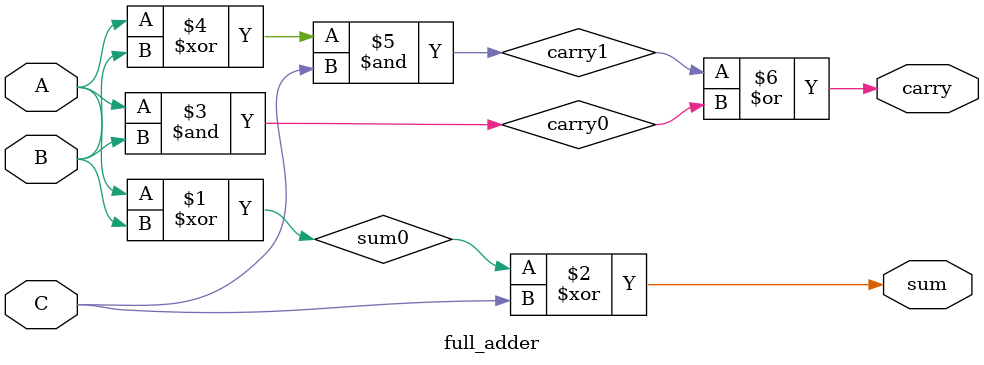
<source format=v>
module full_adder (
    input A,        // First input bit
    input B,        // Second input bit
    input C,        // Third input bit
    output sum,     // Sum output
    output carry    // Carry output
);

    assign sum0 = A ^ B;     // Sum0 is the XOR of the two inputs
    assign sum = sum0 ^ C; // Sum1 is the XOR of the three inputs
    
    assign carry0 = A & B;
    assign carry1 = (A ^ B) & C;
    assign carry = (carry1 | carry0);    // Carry is the overall carry.

endmodule


</source>
